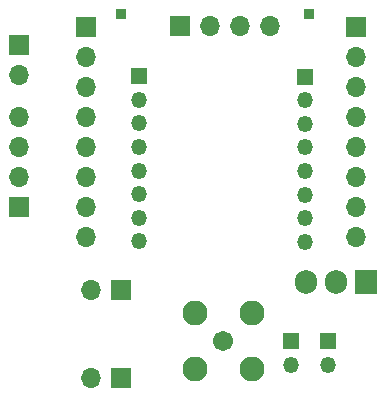
<source format=gbr>
%TF.GenerationSoftware,KiCad,Pcbnew,7.0.7*%
%TF.CreationDate,2024-01-13T12:59:25-05:00*%
%TF.ProjectId,sx7_footprints,7378375f-666f-46f7-9470-72696e74732e,rev?*%
%TF.SameCoordinates,Original*%
%TF.FileFunction,Soldermask,Bot*%
%TF.FilePolarity,Negative*%
%FSLAX46Y46*%
G04 Gerber Fmt 4.6, Leading zero omitted, Abs format (unit mm)*
G04 Created by KiCad (PCBNEW 7.0.7) date 2024-01-13 12:59:25*
%MOMM*%
%LPD*%
G01*
G04 APERTURE LIST*
%ADD10R,1.700000X1.700000*%
%ADD11O,1.700000X1.700000*%
%ADD12R,0.850000X0.850000*%
%ADD13R,1.905000X2.000000*%
%ADD14O,1.905000X2.000000*%
%ADD15C,1.712000*%
%ADD16C,2.124000*%
%ADD17R,1.350000X1.350000*%
%ADD18O,1.350000X1.350000*%
G04 APERTURE END LIST*
D10*
%TO.C,PWR*%
X135763000Y-103378000D03*
D11*
X133223000Y-103378000D03*
%TD*%
D12*
%TO.C,REF\u002A\u002A*%
X135763000Y-72517000D03*
%TD*%
D10*
%TO.C,REF\u002A\u002A*%
X127127000Y-75184000D03*
D11*
X127127000Y-77724000D03*
%TD*%
D13*
%TO.C,REF\u002A\u002A*%
X156464000Y-95194000D03*
D14*
X153924000Y-95194000D03*
X151384000Y-95194000D03*
%TD*%
D15*
%TO.C,RF OUT*%
X144399000Y-100203000D03*
D16*
X141999000Y-97803000D03*
X141999000Y-102603000D03*
X146799000Y-102603000D03*
X146799000Y-97803000D03*
%TD*%
D17*
%TO.C,REF\u002A\u002A*%
X151287000Y-77821000D03*
D18*
X151287000Y-79821000D03*
X151287000Y-81821000D03*
X151287000Y-83821000D03*
X151287000Y-85821000D03*
X151287000Y-87821000D03*
X151287000Y-89821000D03*
X151287000Y-91821000D03*
%TD*%
D17*
%TO.C,REF\u002A\u002A*%
X137287000Y-77771000D03*
D18*
X137287000Y-79771000D03*
X137287000Y-81771000D03*
X137287000Y-83771000D03*
X137287000Y-85771000D03*
X137287000Y-87771000D03*
X137287000Y-89771000D03*
X137287000Y-91771000D03*
%TD*%
D10*
%TO.C,REF\u002A\u002A*%
X127127000Y-88890000D03*
D11*
X127127000Y-86350000D03*
X127127000Y-83810000D03*
X127127000Y-81270000D03*
%TD*%
D10*
%TO.C,REF\u002A\u002A*%
X155600400Y-73609200D03*
D11*
X155600400Y-76149200D03*
X155600400Y-78689200D03*
X155600400Y-81229200D03*
X155600400Y-83769200D03*
X155600400Y-86309200D03*
X155600400Y-88849200D03*
X155600400Y-91389200D03*
%TD*%
D12*
%TO.C,REF\u002A\u002A*%
X151638000Y-72517000D03*
%TD*%
D11*
%TO.C,PWR*%
X133223000Y-95885000D03*
D10*
X135763000Y-95885000D03*
%TD*%
D17*
%TO.C,REF\u002A\u002A*%
X153289000Y-100219000D03*
D18*
X153289000Y-102219000D03*
%TD*%
D10*
%TO.C,REF\u002A\u002A*%
X132740400Y-73609200D03*
D11*
X132740400Y-76149200D03*
X132740400Y-78689200D03*
X132740400Y-81229200D03*
X132740400Y-83769200D03*
X132740400Y-86309200D03*
X132740400Y-88849200D03*
X132740400Y-91389200D03*
%TD*%
D10*
%TO.C,REF\u002A\u002A*%
X140716000Y-73533000D03*
D11*
X143256000Y-73533000D03*
X145796000Y-73533000D03*
X148336000Y-73533000D03*
%TD*%
D17*
%TO.C,REF\u002A\u002A*%
X150114000Y-100219000D03*
D18*
X150114000Y-102219000D03*
%TD*%
M02*

</source>
